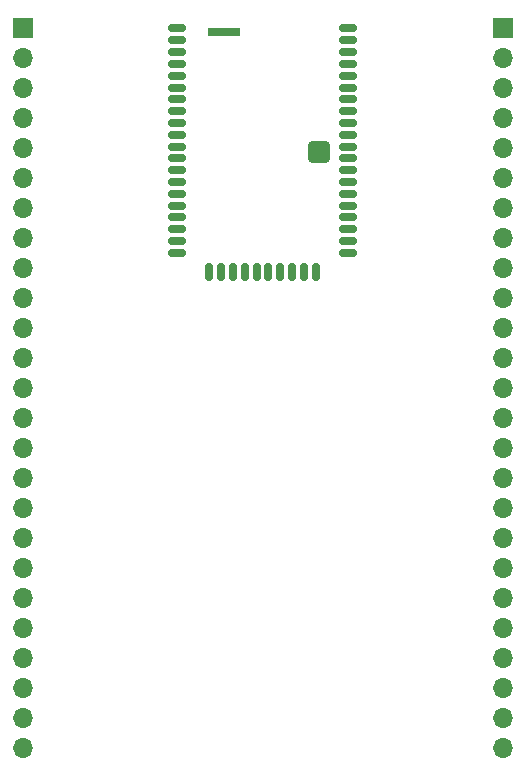
<source format=gbr>
%TF.GenerationSoftware,KiCad,Pcbnew,8.0.1*%
%TF.CreationDate,2024-04-14T04:03:23+09:00*%
%TF.ProjectId,BM83_Breakout,424d3833-5f42-4726-9561-6b6f75742e6b,rev?*%
%TF.SameCoordinates,Original*%
%TF.FileFunction,Soldermask,Top*%
%TF.FilePolarity,Negative*%
%FSLAX46Y46*%
G04 Gerber Fmt 4.6, Leading zero omitted, Abs format (unit mm)*
G04 Created by KiCad (PCBNEW 8.0.1) date 2024-04-14 04:03:23*
%MOMM*%
%LPD*%
G01*
G04 APERTURE LIST*
G04 Aperture macros list*
%AMRoundRect*
0 Rectangle with rounded corners*
0 $1 Rounding radius*
0 $2 $3 $4 $5 $6 $7 $8 $9 X,Y pos of 4 corners*
0 Add a 4 corners polygon primitive as box body*
4,1,4,$2,$3,$4,$5,$6,$7,$8,$9,$2,$3,0*
0 Add four circle primitives for the rounded corners*
1,1,$1+$1,$2,$3*
1,1,$1+$1,$4,$5*
1,1,$1+$1,$6,$7*
1,1,$1+$1,$8,$9*
0 Add four rect primitives between the rounded corners*
20,1,$1+$1,$2,$3,$4,$5,0*
20,1,$1+$1,$4,$5,$6,$7,0*
20,1,$1+$1,$6,$7,$8,$9,0*
20,1,$1+$1,$8,$9,$2,$3,0*%
G04 Aperture macros list end*
%ADD10R,1.700000X1.700000*%
%ADD11O,1.700000X1.700000*%
%ADD12RoundRect,0.150000X-0.600000X-0.150000X0.600000X-0.150000X0.600000X0.150000X-0.600000X0.150000X0*%
%ADD13RoundRect,0.150000X-0.150000X-0.600000X0.150000X-0.600000X0.150000X0.600000X-0.150000X0.600000X0*%
%ADD14RoundRect,0.250000X-0.640000X-0.640000X0.640000X-0.640000X0.640000X0.640000X-0.640000X0.640000X0*%
%ADD15RoundRect,0.190000X-1.205000X-0.190000X1.205000X-0.190000X1.205000X0.190000X-1.205000X0.190000X0*%
G04 APERTURE END LIST*
D10*
%TO.C,REF\u002A\u002A*%
X71120000Y-63500000D03*
D11*
X71120000Y-66040000D03*
X71120000Y-68580000D03*
X71120000Y-71120000D03*
X71120000Y-73660000D03*
X71120000Y-76200000D03*
X71120000Y-78740000D03*
X71120000Y-81280000D03*
X71120000Y-83820000D03*
X71120000Y-86360000D03*
X71120000Y-88900000D03*
X71120000Y-91440000D03*
X71120000Y-93980000D03*
X71120000Y-96520000D03*
X71120000Y-99060000D03*
X71120000Y-101600000D03*
X71120000Y-104140000D03*
X71120000Y-106680000D03*
X71120000Y-109220000D03*
X71120000Y-111760000D03*
X71120000Y-114300000D03*
X71120000Y-116840000D03*
X71120000Y-119380000D03*
X71120000Y-121920000D03*
X71120000Y-124460000D03*
%TD*%
D12*
%TO.C,U1*%
X84190000Y-63500000D03*
X84190000Y-64500000D03*
X84190000Y-65500000D03*
X84190000Y-66500000D03*
X84190000Y-67500000D03*
X84190000Y-68500000D03*
X84190000Y-69500000D03*
X84190000Y-70500000D03*
X84190000Y-71500000D03*
X84190000Y-72500000D03*
X84190000Y-73500000D03*
X84190000Y-74500000D03*
X84190000Y-75500000D03*
X84190000Y-76500000D03*
X84190000Y-77500000D03*
X84190000Y-78500000D03*
X84190000Y-79500000D03*
X84190000Y-80500000D03*
X84190000Y-81500000D03*
X84190000Y-82500000D03*
D13*
X86940000Y-84150000D03*
X87940000Y-84150000D03*
X88940000Y-84150000D03*
X89940000Y-84150000D03*
X90940000Y-84150000D03*
X91940000Y-84150000D03*
X92940000Y-84150000D03*
X93940000Y-84150000D03*
X94940000Y-84150000D03*
X95940000Y-84150000D03*
D12*
X98690000Y-82500000D03*
X98690000Y-81500000D03*
X98690000Y-80500000D03*
X98690000Y-79500000D03*
X98690000Y-78500000D03*
X98690000Y-77500000D03*
X98690000Y-76500000D03*
X98690000Y-75500000D03*
X98690000Y-74500000D03*
X98690000Y-73500000D03*
X98690000Y-72500000D03*
X98690000Y-71500000D03*
X98690000Y-70500000D03*
X98690000Y-69500000D03*
X98690000Y-68500000D03*
X98690000Y-67500000D03*
X98690000Y-66500000D03*
X98690000Y-65500000D03*
X98690000Y-64500000D03*
X98690000Y-63500000D03*
D14*
X96210000Y-73930000D03*
D15*
X88150000Y-63820000D03*
%TD*%
D10*
%TO.C,REF\u002A\u002A*%
X111760000Y-63500000D03*
D11*
X111760000Y-66040000D03*
X111760000Y-68580000D03*
X111760000Y-71120000D03*
X111760000Y-73660000D03*
X111760000Y-76200000D03*
X111760000Y-78740000D03*
X111760000Y-81280000D03*
X111760000Y-83820000D03*
X111760000Y-86360000D03*
X111760000Y-88900000D03*
X111760000Y-91440000D03*
X111760000Y-93980000D03*
X111760000Y-96520000D03*
X111760000Y-99060000D03*
X111760000Y-101600000D03*
X111760000Y-104140000D03*
X111760000Y-106680000D03*
X111760000Y-109220000D03*
X111760000Y-111760000D03*
X111760000Y-114300000D03*
X111760000Y-116840000D03*
X111760000Y-119380000D03*
X111760000Y-121920000D03*
X111760000Y-124460000D03*
%TD*%
M02*

</source>
